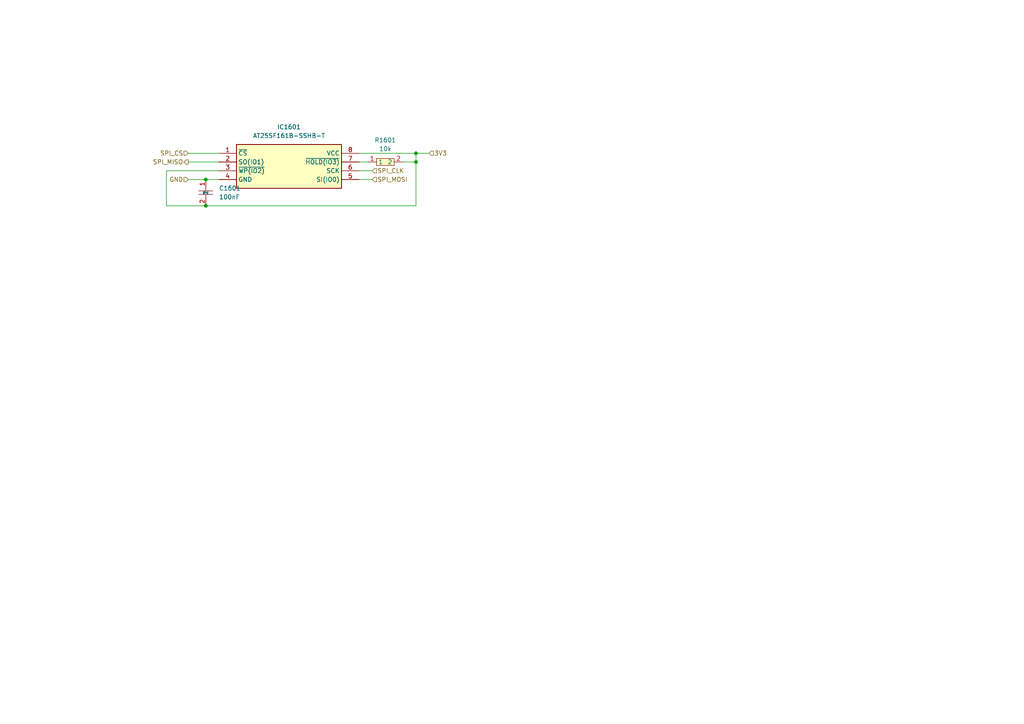
<source format=kicad_sch>
(kicad_sch (version 20250114) (generator "eeschema") (generator_version "9.0")
  (paper "A4")
  (title_block (title "E-Kart Option 1") (date "2025-04-01") (rev "1") (company "Leomax") (comment 1 "zentrale Steuer- und Kommunkationsplatine") (comment 2 "Bachelorarbiet") (comment 3 "Sebastian Hampl"))
  (lib_symbols
    (symbol "SPI_Flash:AT25SF161B-SSHB-T"
      (property "Reference" "IC" (at 36.83 7.62 0))
      (property "Value" "AT25SF161B-SSHB-T" (at 36.83 5.08 0))
      (symbol "AT25SF161B-SSHB-T_1_1"
        (rectangle (start 5.08 2.54) (end 35.56 -10.16) (stroke (width 0.254)) (fill (type background)))
        (pin passive line (at 0 0 0) (length 5.08) (name "~{CS}") (number "1"))
        (pin passive line (at 0 -2.54 0) (length 5.08) (name "SO(IO1)") (number "2"))
        (pin passive line (at 0 -5.08 0) (length 5.08) (name "~{WP(IO2)}") (number "3"))
        (pin passive line (at 0 -7.62 0) (length 5.08) (name "GND") (number "4"))
        (pin passive line (at 40.64 0 180) (length 5.08) (name "VCC") (number "8"))
        (pin passive line (at 40.64 -2.54 180) (length 5.08) (name "~{HOLD(IO3)}") (number "7"))
        (pin passive line (at 40.64 -5.08 180) (length 5.08) (name "SCK") (number "6"))
        (pin passive line (at 40.64 -7.62 180) (length 5.08) (name "SI(IO0)") (number "5"))
      )
    )
    (symbol "easyeda2kicad:0603WAF1002T5E"
      (property "Reference" "R" (at 0 5.08 0))
      (property "Value" "0603WAF1002T5E" (at 0 -5.08 0))
      (symbol "0603WAF1002T5E_0_1"
        (rectangle (start -2.54 1.02) (end 2.54 -1.02) (fill (type background)))
        (pin input line (at -5.08 0 0) (length 2.54) (name "1") (number "1"))
        (pin input line (at 5.08 0 180) (length 2.54) (name "2") (number "2"))
      )
    )
    (symbol "easyeda2kicad:CL10B104KA8NNNC"
      (property "Reference" "C" (at 0 5.08 0))
      (property "Value" "CL10B104KA8NNNC" (at 0 -5.08 0))
      (symbol "CL10B104KA8NNNC_0_1"
        (polyline (pts (xy -1.27 0) (xy -0.51 0)))
        (polyline (pts (xy -0.51 2.03) (xy -0.51 -2.03)))
        (polyline (pts (xy 0.51 2.03) (xy 0.51 -2.03)))
        (polyline (pts (xy 0.51 0) (xy 1.27 0)))
        (pin input line (at -3.81 0 0) (length 2.54) (name "1") (number "1"))
        (pin input line (at 3.81 0 180) (length 2.54) (name "2") (number "2"))
      )
    )
  )
  (junction (at 120.65 44.45))
  (junction (at 59.69 59.69))
  (junction (at 120.65 46.99))
  (junction (at 59.69 52.07))
  (wire (pts (xy 54.61 52.07) (xy 59.69 52.07)))
  (wire (pts (xy 120.65 44.45) (xy 120.65 46.99)))
  (wire (pts (xy 120.65 59.69) (xy 120.65 46.99)))
  (wire (pts (xy 59.69 52.07) (xy 63.5 52.07)))
  (wire (pts (xy 104.14 46.99) (xy 106.68 46.99)))
  (wire (pts (xy 116.84 46.99) (xy 120.65 46.99)))
  (wire (pts (xy 104.14 49.53) (xy 107.95 49.53)))
  (wire (pts (xy 59.69 59.69) (xy 120.65 59.69)))
  (wire (pts (xy 63.5 49.53) (xy 48.26 49.53)))
  (wire (pts (xy 104.14 44.45) (xy 120.65 44.45)))
  (wire (pts (xy 48.26 49.53) (xy 48.26 59.69)))
  (wire (pts (xy 48.26 59.69) (xy 59.69 59.69)))
  (wire (pts (xy 104.14 52.07) (xy 107.95 52.07)))
  (wire (pts (xy 54.61 44.45) (xy 63.5 44.45)))
  (wire (pts (xy 63.5 46.99) (xy 54.61 46.99)))
  (wire (pts (xy 120.65 44.45) (xy 124.46 44.45)))
  (hierarchical_label "3V3" (shape input) (at 124.46 44.45 0))
  (hierarchical_label "SPI_MOSI" (shape input) (at 107.95 52.07 0))
  (hierarchical_label "GND" (shape input) (at 54.61 52.07 180))
  (hierarchical_label "SPI_CLK" (shape input) (at 107.95 49.53 0))
  (hierarchical_label "SPI_MISO" (shape output) (at 54.61 46.99 180))
  (hierarchical_label "SPI_CS" (shape input) (at 54.61 44.45 180))
  (symbol (lib_id "easyeda2kicad:0603WAF1002T5E") (at 111.76 46.99 0) (unit 1)
    (property "Reference" "R1601" (at 111.76 40.64 0))
    (property "Value" "10k" (at 111.76 43.18 0))
    (property "Footprint" "easyeda2kicad:R0603" (effects (hide yes)))
    (property "Datasheet" "https://lcsc.com/product-detail/Chip-Resistor-Surface-Mount-UniOhm_10KR-1002-1_C25804.html" (effects (hide yes)))
    (property "LCSC Part" "C25804" (effects (hide yes)))
  )
  (symbol (lib_id "SPI_Flash:AT25SF161B-SSHB-T") (at 63.5 44.45 0) (unit 1)
    (property "Reference" "IC1601" (at 83.82 36.83 0))
    (property "Value" "AT25SF161B-SSHB-T" (at 83.82 39.37 0))
    (property "Footprint" "SOIC127P600X175-8N" (effects (hide yes)))
    (property "Datasheet" "https://www.renesas.com/us/en/products/memory-logic/non-volatile-memory/spi-nor-flash/dual-quad-spi-memory/at25sf161b-16mbit-27v-minimum-spi-serial-flash-memory-dual-io-support" (effects (hide yes)))
    (property "Description" "The AT25SF161B is a member of our standard class code and data storage solutions designed for 3V systems in which program code is shadowed from Flash memory into embedded or external RAM for execution.The architecture includes erase block sizes that are optimized to meet the needs of today\\'s code and data storage applications and three security register pages for unique device serialization, system-level Electronic Serial Number (ESN) storage, locked key storage, etc.	Universally compatible pinout and comma" (effects (hide yes)))
    (property "Height" "1.75" (effects (hide yes)))
    (property "Mouser Part Number" "988-25SF161B-SSHB-T" (effects (hide yes)))
    (property "Mouser Price/Stock" "https://www.mouser.co.uk/ProductDetail/Renesas-Dialog/AT25SF161B-SSHB-T?qs=IS%252B4QmGtzzrrt8oidWmipg%3D%3D" (effects (hide yes)))
    (property "Manufacturer_Name" "Renesas Electronics" (effects (hide yes)))
    (property "Manufacturer_Part_Number" "AT25SF161B-SSHB-T" (effects (hide yes)))
  )
  (symbol (lib_id "easyeda2kicad:CL10B104KA8NNNC") (at 59.69 55.88 270) (unit 1)
    (property "Reference" "C1601" (at 63.5 54.6099 90) (effects (justify left)))
    (property "Value" "100nF" (at 63.5 57.1499 90) (effects (justify left)))
    (property "Footprint" "easyeda2kicad:C0603" (effects (hide yes)))
    (property "Datasheet" "https://lcsc.com/product-detail/Multilayer-Ceramic-Capacitors-MLCC-SMD-SMT_SAMSUNG_CL10B104KA8NNNC_100nF-104-10-25V_C1590.html" (effects (hide yes)))
    (property "LCSC Part" "C1590" (effects (hide yes)))
  )
)
</source>
